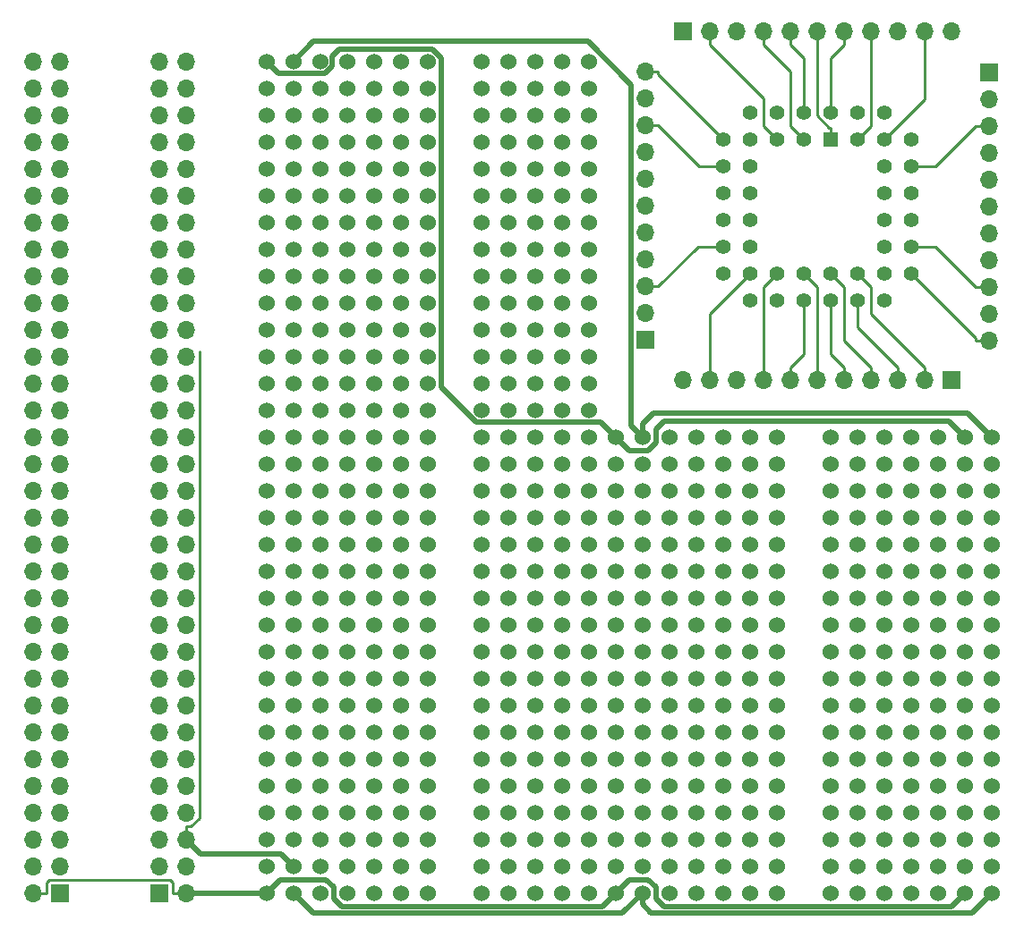
<source format=gbl>
G04 #@! TF.GenerationSoftware,KiCad,Pcbnew,(6.0.2)*
G04 #@! TF.CreationDate,2022-10-17T08:50:39-07:00*
G04 #@! TF.ProjectId,Protoboard PLCC,50726f74-6f62-46f6-9172-6420504c4343,1.0*
G04 #@! TF.SameCoordinates,Original*
G04 #@! TF.FileFunction,Copper,L2,Bot*
G04 #@! TF.FilePolarity,Positive*
%FSLAX46Y46*%
G04 Gerber Fmt 4.6, Leading zero omitted, Abs format (unit mm)*
G04 Created by KiCad (PCBNEW (6.0.2)) date 2022-10-17 08:50:39*
%MOMM*%
%LPD*%
G01*
G04 APERTURE LIST*
G04 #@! TA.AperFunction,ComponentPad*
%ADD10C,1.524000*%
G04 #@! TD*
G04 #@! TA.AperFunction,ComponentPad*
%ADD11R,1.700000X1.700000*%
G04 #@! TD*
G04 #@! TA.AperFunction,ComponentPad*
%ADD12O,1.700000X1.700000*%
G04 #@! TD*
G04 #@! TA.AperFunction,ComponentPad*
%ADD13R,1.422400X1.422400*%
G04 #@! TD*
G04 #@! TA.AperFunction,ComponentPad*
%ADD14C,1.422400*%
G04 #@! TD*
G04 #@! TA.AperFunction,Conductor*
%ADD15C,0.500000*%
G04 #@! TD*
G04 #@! TA.AperFunction,Conductor*
%ADD16C,0.254000*%
G04 #@! TD*
G04 APERTURE END LIST*
D10*
X176022000Y-107948000D03*
X178562000Y-107948000D03*
X181102000Y-107948000D03*
X183642000Y-107948000D03*
X186182000Y-107948000D03*
X176022000Y-110488000D03*
X178562000Y-110488000D03*
X181102000Y-110488000D03*
X183642000Y-110488000D03*
X186182000Y-110488000D03*
X176022000Y-92710000D03*
X178562000Y-92710000D03*
X181102000Y-92710000D03*
X183642000Y-92710000D03*
X186182000Y-92710000D03*
X176022000Y-95250000D03*
X178562000Y-95250000D03*
X181102000Y-95250000D03*
X183642000Y-95250000D03*
X186182000Y-95250000D03*
X176022000Y-97788000D03*
X178562000Y-97788000D03*
X181102000Y-97788000D03*
X183642000Y-97788000D03*
X186182000Y-97788000D03*
X176022000Y-100328000D03*
X178562000Y-100328000D03*
X181102000Y-100328000D03*
X183642000Y-100328000D03*
X186182000Y-100328000D03*
X176022000Y-118108000D03*
X178562000Y-118108000D03*
X181102000Y-118108000D03*
X183642000Y-118108000D03*
X186182000Y-118108000D03*
X176022000Y-120648000D03*
X178562000Y-120648000D03*
X181102000Y-120648000D03*
X183642000Y-120648000D03*
X186182000Y-120648000D03*
X176022000Y-123188000D03*
X178562000Y-123188000D03*
X181102000Y-123188000D03*
X183642000Y-123188000D03*
X186182000Y-123188000D03*
X176022000Y-125728000D03*
X178562000Y-125728000D03*
X181102000Y-125728000D03*
X183642000Y-125728000D03*
X186182000Y-125728000D03*
X176022000Y-102868000D03*
X178562000Y-102868000D03*
X181102000Y-102868000D03*
X183642000Y-102868000D03*
X186182000Y-102868000D03*
X176022000Y-105408000D03*
X178562000Y-105408000D03*
X181102000Y-105408000D03*
X183642000Y-105408000D03*
X186182000Y-105408000D03*
X176022000Y-128270000D03*
X178562000Y-128270000D03*
X181102000Y-128270000D03*
X183642000Y-128270000D03*
X186182000Y-128270000D03*
X176022000Y-130810000D03*
X178562000Y-130810000D03*
X181102000Y-130810000D03*
X183642000Y-130810000D03*
X186182000Y-130810000D03*
X176022000Y-133350000D03*
X178562000Y-133350000D03*
X181102000Y-133350000D03*
X183642000Y-133350000D03*
X186182000Y-133350000D03*
X176022000Y-135890000D03*
X178562000Y-135890000D03*
X181102000Y-135890000D03*
X183642000Y-135890000D03*
X186182000Y-135890000D03*
X176022000Y-113030000D03*
X178562000Y-113030000D03*
X181102000Y-113030000D03*
X183642000Y-113030000D03*
X186182000Y-113030000D03*
X176022000Y-115570000D03*
X178562000Y-115570000D03*
X181102000Y-115570000D03*
X183642000Y-115570000D03*
X186182000Y-115570000D03*
X158242000Y-135890000D03*
X155702000Y-135890000D03*
X170942000Y-110488000D03*
X168402000Y-110488000D03*
X165862000Y-110488000D03*
X163322000Y-110488000D03*
X160782000Y-110488000D03*
X170942000Y-107948000D03*
X168402000Y-107948000D03*
X165862000Y-107948000D03*
X163322000Y-107948000D03*
X160782000Y-107948000D03*
X170942000Y-100328000D03*
X168402000Y-100328000D03*
X165862000Y-100328000D03*
X163322000Y-100328000D03*
X160782000Y-100328000D03*
X170942000Y-97788000D03*
X168402000Y-97788000D03*
X165862000Y-97788000D03*
X163322000Y-97788000D03*
X160782000Y-97788000D03*
X170942000Y-120648000D03*
X168402000Y-120648000D03*
X165862000Y-120648000D03*
X163322000Y-120648000D03*
X160782000Y-120648000D03*
X170942000Y-118108000D03*
X168402000Y-118108000D03*
X165862000Y-118108000D03*
X163322000Y-118108000D03*
X160782000Y-118108000D03*
X170942000Y-125728000D03*
X168402000Y-125728000D03*
X165862000Y-125728000D03*
X163322000Y-125728000D03*
X160782000Y-125728000D03*
X170942000Y-123188000D03*
X168402000Y-123188000D03*
X165862000Y-123188000D03*
X163322000Y-123188000D03*
X160782000Y-123188000D03*
X170942000Y-95250000D03*
X168402000Y-95250000D03*
X165862000Y-95250000D03*
X163322000Y-95250000D03*
X160782000Y-95250000D03*
X170942000Y-92710000D03*
X168402000Y-92710000D03*
X165862000Y-92710000D03*
X163322000Y-92710000D03*
X160782000Y-92710000D03*
X170942000Y-105408000D03*
X168402000Y-105408000D03*
X165862000Y-105408000D03*
X163322000Y-105408000D03*
X160782000Y-105408000D03*
X170942000Y-102868000D03*
X168402000Y-102868000D03*
X165862000Y-102868000D03*
X163322000Y-102868000D03*
X160782000Y-102868000D03*
X170942000Y-130810000D03*
X168402000Y-130810000D03*
X165862000Y-130810000D03*
X163322000Y-130810000D03*
X160782000Y-130810000D03*
X170942000Y-128270000D03*
X168402000Y-128270000D03*
X165862000Y-128270000D03*
X163322000Y-128270000D03*
X160782000Y-128270000D03*
X170942000Y-135890000D03*
X168402000Y-135890000D03*
X165862000Y-135890000D03*
X163322000Y-135890000D03*
X160782000Y-135890000D03*
X170942000Y-133350000D03*
X168402000Y-133350000D03*
X165862000Y-133350000D03*
X163322000Y-133350000D03*
X160782000Y-133350000D03*
X170942000Y-115570000D03*
X168402000Y-115570000D03*
X165862000Y-115570000D03*
X163322000Y-115570000D03*
X160782000Y-115570000D03*
X170942000Y-113030000D03*
X168402000Y-113030000D03*
X165862000Y-113030000D03*
X163322000Y-113030000D03*
X160782000Y-113030000D03*
X127762000Y-133350000D03*
X130302000Y-133350000D03*
X132842000Y-133350000D03*
X135382000Y-133350000D03*
X137922000Y-133350000D03*
X127762000Y-135890000D03*
X130302000Y-135890000D03*
X132842000Y-135890000D03*
X135382000Y-135890000D03*
X137922000Y-135890000D03*
X127762000Y-77472000D03*
X130302000Y-77472000D03*
X132842000Y-77472000D03*
X135382000Y-77472000D03*
X137922000Y-77472000D03*
X127762000Y-80012000D03*
X130302000Y-80012000D03*
X132842000Y-80012000D03*
X135382000Y-80012000D03*
X137922000Y-80012000D03*
X127762000Y-67310000D03*
X130302000Y-67310000D03*
X132842000Y-67310000D03*
X135382000Y-67310000D03*
X137922000Y-67310000D03*
X127762000Y-69850000D03*
X130302000Y-69850000D03*
X132842000Y-69850000D03*
X135382000Y-69850000D03*
X137922000Y-69850000D03*
X127762000Y-72390000D03*
X130302000Y-72390000D03*
X132842000Y-72390000D03*
X135382000Y-72390000D03*
X137922000Y-72390000D03*
X127762000Y-74930000D03*
X130302000Y-74930000D03*
X132842000Y-74930000D03*
X135382000Y-74930000D03*
X137922000Y-74930000D03*
X137922000Y-64770000D03*
X135382000Y-64770000D03*
X132842000Y-64770000D03*
X130302000Y-64770000D03*
X127762000Y-64770000D03*
X137922000Y-62230000D03*
X135382000Y-62230000D03*
X132842000Y-62230000D03*
X130302000Y-62230000D03*
X127762000Y-62230000D03*
X127762000Y-82550000D03*
X130302000Y-82550000D03*
X132842000Y-82550000D03*
X135382000Y-82550000D03*
X137922000Y-82550000D03*
X127762000Y-85090000D03*
X130302000Y-85090000D03*
X132842000Y-85090000D03*
X135382000Y-85090000D03*
X137922000Y-85090000D03*
X127762000Y-107948000D03*
X130302000Y-107948000D03*
X132842000Y-107948000D03*
X135382000Y-107948000D03*
X137922000Y-107948000D03*
X127762000Y-110488000D03*
X130302000Y-110488000D03*
X132842000Y-110488000D03*
X135382000Y-110488000D03*
X137922000Y-110488000D03*
X127762000Y-97788000D03*
X130302000Y-97788000D03*
X132842000Y-97788000D03*
X135382000Y-97788000D03*
X137922000Y-97788000D03*
X127762000Y-100328000D03*
X130302000Y-100328000D03*
X132842000Y-100328000D03*
X135382000Y-100328000D03*
X137922000Y-100328000D03*
X127762000Y-118108000D03*
X130302000Y-118108000D03*
X132842000Y-118108000D03*
X135382000Y-118108000D03*
X137922000Y-118108000D03*
X127762000Y-120648000D03*
X130302000Y-120648000D03*
X132842000Y-120648000D03*
X135382000Y-120648000D03*
X137922000Y-120648000D03*
X127762000Y-123188000D03*
X130302000Y-123188000D03*
X132842000Y-123188000D03*
X135382000Y-123188000D03*
X137922000Y-123188000D03*
X127762000Y-125728000D03*
X130302000Y-125728000D03*
X132842000Y-125728000D03*
X135382000Y-125728000D03*
X137922000Y-125728000D03*
X127762000Y-92710000D03*
X130302000Y-92710000D03*
X132842000Y-92710000D03*
X135382000Y-92710000D03*
X137922000Y-92710000D03*
X127762000Y-95250000D03*
X130302000Y-95250000D03*
X132842000Y-95250000D03*
X135382000Y-95250000D03*
X137922000Y-95250000D03*
X127762000Y-87630000D03*
X130302000Y-87630000D03*
X132842000Y-87630000D03*
X135382000Y-87630000D03*
X137922000Y-87630000D03*
X127762000Y-90170000D03*
X130302000Y-90170000D03*
X132842000Y-90170000D03*
X135382000Y-90170000D03*
X137922000Y-90170000D03*
X127762000Y-102868000D03*
X130302000Y-102868000D03*
X132842000Y-102868000D03*
X135382000Y-102868000D03*
X137922000Y-102868000D03*
X127762000Y-105408000D03*
X130302000Y-105408000D03*
X132842000Y-105408000D03*
X135382000Y-105408000D03*
X137922000Y-105408000D03*
X127762000Y-128270000D03*
X130302000Y-128270000D03*
X132842000Y-128270000D03*
X135382000Y-128270000D03*
X137922000Y-128270000D03*
X127762000Y-130810000D03*
X130302000Y-130810000D03*
X132842000Y-130810000D03*
X135382000Y-130810000D03*
X137922000Y-130810000D03*
X127762000Y-113030000D03*
X130302000Y-113030000D03*
X132842000Y-113030000D03*
X135382000Y-113030000D03*
X137922000Y-113030000D03*
X127762000Y-115570000D03*
X130302000Y-115570000D03*
X132842000Y-115570000D03*
X135382000Y-115570000D03*
X137922000Y-115570000D03*
X127762000Y-57152000D03*
X130302000Y-57152000D03*
X132842000Y-57152000D03*
X135382000Y-57152000D03*
X137922000Y-57152000D03*
X127762000Y-59692000D03*
X130302000Y-59692000D03*
X132842000Y-59692000D03*
X135382000Y-59692000D03*
X137922000Y-59692000D03*
X143002000Y-128270000D03*
X145542000Y-128270000D03*
X148082000Y-128270000D03*
X150622000Y-128270000D03*
X153162000Y-128270000D03*
X143002000Y-130810000D03*
X145542000Y-130810000D03*
X148082000Y-130810000D03*
X150622000Y-130810000D03*
X153162000Y-130810000D03*
X143002000Y-133350000D03*
X145542000Y-133350000D03*
X148082000Y-133350000D03*
X150622000Y-133350000D03*
X153162000Y-133350000D03*
X143002000Y-135890000D03*
X145542000Y-135890000D03*
X148082000Y-135890000D03*
X150622000Y-135890000D03*
X153162000Y-135890000D03*
X143002000Y-113030000D03*
X145542000Y-113030000D03*
X148082000Y-113030000D03*
X150622000Y-113030000D03*
X153162000Y-113030000D03*
X143002000Y-115570000D03*
X145542000Y-115570000D03*
X148082000Y-115570000D03*
X150622000Y-115570000D03*
X153162000Y-115570000D03*
X143002000Y-102868000D03*
X145542000Y-102868000D03*
X148082000Y-102868000D03*
X150622000Y-102868000D03*
X153162000Y-102868000D03*
X143002000Y-105408000D03*
X145542000Y-105408000D03*
X148082000Y-105408000D03*
X150622000Y-105408000D03*
X153162000Y-105408000D03*
X143002000Y-107948000D03*
X145542000Y-107948000D03*
X148082000Y-107948000D03*
X150622000Y-107948000D03*
X153162000Y-107948000D03*
X143002000Y-110488000D03*
X145542000Y-110488000D03*
X148082000Y-110488000D03*
X150622000Y-110488000D03*
X153162000Y-110488000D03*
X143002000Y-97788000D03*
X145542000Y-97788000D03*
X148082000Y-97788000D03*
X150622000Y-97788000D03*
X153162000Y-97788000D03*
X143002000Y-100328000D03*
X145542000Y-100328000D03*
X148082000Y-100328000D03*
X150622000Y-100328000D03*
X153162000Y-100328000D03*
X143002000Y-118108000D03*
X145542000Y-118108000D03*
X148082000Y-118108000D03*
X150622000Y-118108000D03*
X153162000Y-118108000D03*
X143002000Y-120648000D03*
X145542000Y-120648000D03*
X148082000Y-120648000D03*
X150622000Y-120648000D03*
X153162000Y-120648000D03*
X143002000Y-123188000D03*
X145542000Y-123188000D03*
X148082000Y-123188000D03*
X150622000Y-123188000D03*
X153162000Y-123188000D03*
X143002000Y-125728000D03*
X145542000Y-125728000D03*
X148082000Y-125728000D03*
X150622000Y-125728000D03*
X153162000Y-125728000D03*
X143002000Y-92710000D03*
X145542000Y-92710000D03*
X148082000Y-92710000D03*
X150622000Y-92710000D03*
X153162000Y-92710000D03*
X143002000Y-95250000D03*
X145542000Y-95250000D03*
X148082000Y-95250000D03*
X150622000Y-95250000D03*
X153162000Y-95250000D03*
X143002000Y-87630000D03*
X145542000Y-87630000D03*
X148082000Y-87630000D03*
X150622000Y-87630000D03*
X153162000Y-87630000D03*
X143002000Y-90170000D03*
X145542000Y-90170000D03*
X148082000Y-90170000D03*
X150622000Y-90170000D03*
X153162000Y-90170000D03*
X143002000Y-82550000D03*
X145542000Y-82550000D03*
X148082000Y-82550000D03*
X150622000Y-82550000D03*
X153162000Y-82550000D03*
X143002000Y-85090000D03*
X145542000Y-85090000D03*
X148082000Y-85090000D03*
X150622000Y-85090000D03*
X153162000Y-85090000D03*
X143002000Y-77472000D03*
X145542000Y-77472000D03*
X148082000Y-77472000D03*
X150622000Y-77472000D03*
X153162000Y-77472000D03*
X143002000Y-80012000D03*
X145542000Y-80012000D03*
X148082000Y-80012000D03*
X150622000Y-80012000D03*
X153162000Y-80012000D03*
X143002000Y-72390000D03*
X145542000Y-72390000D03*
X148082000Y-72390000D03*
X150622000Y-72390000D03*
X153162000Y-72390000D03*
X143002000Y-74930000D03*
X145542000Y-74930000D03*
X148082000Y-74930000D03*
X150622000Y-74930000D03*
X153162000Y-74930000D03*
X143002000Y-67310000D03*
X145542000Y-67310000D03*
X148082000Y-67310000D03*
X150622000Y-67310000D03*
X153162000Y-67310000D03*
X143002000Y-69850000D03*
X145542000Y-69850000D03*
X148082000Y-69850000D03*
X150622000Y-69850000D03*
X153162000Y-69850000D03*
X143002000Y-62230000D03*
X145542000Y-62230000D03*
X148082000Y-62230000D03*
X150622000Y-62230000D03*
X153162000Y-62230000D03*
X143002000Y-64770000D03*
X145542000Y-64770000D03*
X148082000Y-64770000D03*
X150622000Y-64770000D03*
X153162000Y-64770000D03*
X125222000Y-95250000D03*
X125222000Y-97790000D03*
X125222000Y-100330000D03*
X125222000Y-102870000D03*
X125222000Y-105410000D03*
X122682000Y-95250000D03*
X122682000Y-97790000D03*
X122682000Y-100330000D03*
X122682000Y-102870000D03*
X122682000Y-105410000D03*
X125222000Y-82550000D03*
X125222000Y-85090000D03*
X125222000Y-87630000D03*
X125222000Y-90170000D03*
X125222000Y-92710000D03*
X122682000Y-82550000D03*
X122682000Y-85090000D03*
X122682000Y-87630000D03*
X122682000Y-90170000D03*
X122682000Y-92710000D03*
X125222000Y-69850000D03*
X125222000Y-72390000D03*
X125222000Y-74930000D03*
X125222000Y-77470000D03*
X125222000Y-80010000D03*
X125222000Y-57150000D03*
X125222000Y-59690000D03*
X125222000Y-62230000D03*
X125222000Y-64770000D03*
X125222000Y-67310000D03*
X122682000Y-69850000D03*
X122682000Y-72390000D03*
X122682000Y-74930000D03*
X122682000Y-77470000D03*
X122682000Y-80010000D03*
X122682000Y-57150000D03*
X122682000Y-59690000D03*
X122682000Y-62230000D03*
X122682000Y-64770000D03*
X122682000Y-67310000D03*
X191260000Y-135890000D03*
X188720000Y-135890000D03*
X191260000Y-133352000D03*
X188720000Y-133352000D03*
X191260000Y-130812000D03*
X188720000Y-130812000D03*
X158242000Y-118110000D03*
X158242000Y-120650000D03*
X158242000Y-123190000D03*
X158242000Y-125730000D03*
X158242000Y-128270000D03*
X155702000Y-118110000D03*
X155702000Y-120650000D03*
X155702000Y-123190000D03*
X155702000Y-125730000D03*
X155702000Y-128270000D03*
D11*
X112522000Y-135890000D03*
D12*
X115062000Y-135890000D03*
X112522000Y-133350000D03*
X115062000Y-133350000D03*
X112522000Y-130810000D03*
X115062000Y-130810000D03*
X112522000Y-128270000D03*
X115062000Y-128270000D03*
X112522000Y-125730000D03*
X115062000Y-125730000D03*
X112522000Y-123190000D03*
X115062000Y-123190000D03*
X112522000Y-120650000D03*
X115062000Y-120650000D03*
X112522000Y-118110000D03*
X115062000Y-118110000D03*
X112522000Y-115570000D03*
X115062000Y-115570000D03*
X112522000Y-113030000D03*
X115062000Y-113030000D03*
X112522000Y-110490000D03*
X115062000Y-110490000D03*
X112522000Y-107950000D03*
X115062000Y-107950000D03*
X112522000Y-105410000D03*
X115062000Y-105410000D03*
X112522000Y-102870000D03*
X115062000Y-102870000D03*
X112522000Y-100330000D03*
X115062000Y-100330000D03*
X112522000Y-97790000D03*
X115062000Y-97790000D03*
X112522000Y-95250000D03*
X115062000Y-95250000D03*
X112522000Y-92710000D03*
X115062000Y-92710000D03*
X112522000Y-90170000D03*
X115062000Y-90170000D03*
X112522000Y-87630000D03*
X115062000Y-87630000D03*
X112522000Y-85090000D03*
X115062000Y-85090000D03*
X112522000Y-82550000D03*
X115062000Y-82550000D03*
X112522000Y-80010000D03*
X115062000Y-80010000D03*
X112522000Y-77470000D03*
X115062000Y-77470000D03*
X112522000Y-74930000D03*
X115062000Y-74930000D03*
X112522000Y-72390000D03*
X115062000Y-72390000D03*
X112522000Y-69850000D03*
X115062000Y-69850000D03*
X112522000Y-67310000D03*
X115062000Y-67310000D03*
X112522000Y-64770000D03*
X115062000Y-64770000D03*
X112522000Y-62230000D03*
X115062000Y-62230000D03*
X112522000Y-59690000D03*
X115062000Y-59690000D03*
X112522000Y-57150000D03*
X115062000Y-57150000D03*
D11*
X162052000Y-54320000D03*
D12*
X164592000Y-54320000D03*
X167132000Y-54320000D03*
X169672000Y-54320000D03*
X172212000Y-54320000D03*
X174752000Y-54320000D03*
X177292000Y-54320000D03*
X179832000Y-54320000D03*
X182372000Y-54320000D03*
X184912000Y-54320000D03*
X187452000Y-54320000D03*
D11*
X158496000Y-83530000D03*
D12*
X158496000Y-80990000D03*
X158496000Y-78450000D03*
X158496000Y-75910000D03*
X158496000Y-73370000D03*
X158496000Y-70830000D03*
X158496000Y-68290000D03*
X158496000Y-65750000D03*
X158496000Y-63210000D03*
X158496000Y-60670000D03*
X158496000Y-58130000D03*
D11*
X191008000Y-58166000D03*
D12*
X191008000Y-60706000D03*
X191008000Y-63246000D03*
X191008000Y-65786000D03*
X191008000Y-68326000D03*
X191008000Y-70866000D03*
X191008000Y-73406000D03*
X191008000Y-75946000D03*
X191008000Y-78486000D03*
X191008000Y-81026000D03*
X191008000Y-83566000D03*
D10*
X143002000Y-57152000D03*
X145542000Y-57152000D03*
X148082000Y-57152000D03*
X150622000Y-57152000D03*
X153162000Y-57152000D03*
X143002000Y-59692000D03*
X145542000Y-59692000D03*
X148082000Y-59692000D03*
X150622000Y-59692000D03*
X153162000Y-59692000D03*
X158242000Y-105410000D03*
X158242000Y-107950000D03*
X158242000Y-110490000D03*
X158242000Y-113030000D03*
X158242000Y-115570000D03*
X155702000Y-105410000D03*
X155702000Y-107950000D03*
X155702000Y-110490000D03*
X155702000Y-113030000D03*
X155702000Y-115570000D03*
X188722000Y-102870000D03*
X188722000Y-100330000D03*
X188722000Y-97790000D03*
X188722000Y-95250000D03*
X188722000Y-92710000D03*
X191262000Y-102870000D03*
X191262000Y-100330000D03*
X191262000Y-97790000D03*
X191262000Y-95250000D03*
X191262000Y-92710000D03*
X155704000Y-102870000D03*
X155704000Y-100330000D03*
X155704000Y-97790000D03*
X155704000Y-95250000D03*
X155704000Y-92710000D03*
X158244000Y-102870000D03*
X158244000Y-100330000D03*
X158244000Y-97790000D03*
X158244000Y-95250000D03*
X158244000Y-92710000D03*
X122682000Y-118110000D03*
X122682000Y-115570000D03*
X122682000Y-113030000D03*
X122682000Y-110490000D03*
X122682000Y-107950000D03*
X125222000Y-118110000D03*
X125222000Y-115570000D03*
X125222000Y-113030000D03*
X125222000Y-110490000D03*
X125222000Y-107950000D03*
D11*
X103160000Y-135895000D03*
D12*
X100620000Y-135895000D03*
X103160000Y-133355000D03*
X100620000Y-133355000D03*
X103160000Y-130815000D03*
X100620000Y-130815000D03*
X103160000Y-128275000D03*
X100620000Y-128275000D03*
X103160000Y-125735000D03*
X100620000Y-125735000D03*
X103160000Y-123195000D03*
X100620000Y-123195000D03*
X103160000Y-120655000D03*
X100620000Y-120655000D03*
X103160000Y-118115000D03*
X100620000Y-118115000D03*
X103160000Y-115575000D03*
X100620000Y-115575000D03*
X103160000Y-113035000D03*
X100620000Y-113035000D03*
X103160000Y-110495000D03*
X100620000Y-110495000D03*
X103160000Y-107955000D03*
X100620000Y-107955000D03*
X103160000Y-105415000D03*
X100620000Y-105415000D03*
X103160000Y-102875000D03*
X100620000Y-102875000D03*
X103160000Y-100335000D03*
X100620000Y-100335000D03*
X103160000Y-97795000D03*
X100620000Y-97795000D03*
X103160000Y-95255000D03*
X100620000Y-95255000D03*
X103160000Y-92715000D03*
X100620000Y-92715000D03*
X103160000Y-90175000D03*
X100620000Y-90175000D03*
X103160000Y-87635000D03*
X100620000Y-87635000D03*
X103160000Y-85095000D03*
X100620000Y-85095000D03*
X103160000Y-82555000D03*
X100620000Y-82555000D03*
X103160000Y-80015000D03*
X100620000Y-80015000D03*
X103160000Y-77475000D03*
X100620000Y-77475000D03*
X103160000Y-74935000D03*
X100620000Y-74935000D03*
X103160000Y-72395000D03*
X100620000Y-72395000D03*
X103160000Y-69855000D03*
X100620000Y-69855000D03*
X103160000Y-67315000D03*
X100620000Y-67315000D03*
X103160000Y-64775000D03*
X100620000Y-64775000D03*
X103160000Y-62235000D03*
X100620000Y-62235000D03*
X103160000Y-59695000D03*
X100620000Y-59695000D03*
X103160000Y-57155000D03*
X100620000Y-57155000D03*
D10*
X155702000Y-130810000D03*
X158242000Y-130810000D03*
X155702000Y-133350000D03*
X158242000Y-133350000D03*
X122682000Y-135890000D03*
X125222000Y-135890000D03*
X122682000Y-133350000D03*
X125222000Y-133350000D03*
X188720000Y-115570000D03*
X188720000Y-113030000D03*
X188720000Y-110490000D03*
X188720000Y-107950000D03*
X188720000Y-105410000D03*
X191260000Y-115570000D03*
X191260000Y-113030000D03*
X191260000Y-110490000D03*
X191260000Y-107950000D03*
X191260000Y-105410000D03*
X188720000Y-128270000D03*
X188720000Y-125730000D03*
X188720000Y-123190000D03*
X188720000Y-120650000D03*
X188720000Y-118110000D03*
X191260000Y-128270000D03*
X191260000Y-125730000D03*
X191260000Y-123190000D03*
X191260000Y-120650000D03*
X191260000Y-118110000D03*
D11*
X187452000Y-87340000D03*
D12*
X184912000Y-87340000D03*
X182372000Y-87340000D03*
X179832000Y-87340000D03*
X177292000Y-87340000D03*
X174752000Y-87340000D03*
X172212000Y-87340000D03*
X169672000Y-87340000D03*
X167132000Y-87340000D03*
X164592000Y-87340000D03*
X162052000Y-87340000D03*
D10*
X122682000Y-130810000D03*
X122682000Y-128270000D03*
X122682000Y-125730000D03*
X122682000Y-123190000D03*
X122682000Y-120650000D03*
X125222000Y-130810000D03*
X125222000Y-128270000D03*
X125222000Y-125730000D03*
X125222000Y-123190000D03*
X125222000Y-120650000D03*
D13*
X176022000Y-64516000D03*
D14*
X173482000Y-61976000D03*
X173482000Y-64516000D03*
X170942000Y-61976000D03*
X170942000Y-64516000D03*
X168402000Y-61976000D03*
X165862000Y-64516000D03*
X168402000Y-64516000D03*
X165862000Y-67056000D03*
X168402000Y-67056000D03*
X165862000Y-69596000D03*
X168402000Y-69596000D03*
X165862000Y-72136000D03*
X168402000Y-72136000D03*
X165862000Y-74676000D03*
X168402000Y-74676000D03*
X165862000Y-77216000D03*
X168402000Y-79756000D03*
X168402000Y-77216000D03*
X170942000Y-79756000D03*
X170942000Y-77216000D03*
X173482000Y-79756000D03*
X173482000Y-77216000D03*
X176022000Y-79756000D03*
X176022000Y-77216000D03*
X178562000Y-79756000D03*
X178562000Y-77216000D03*
X181102000Y-79756000D03*
X183642000Y-77216000D03*
X181102000Y-77216000D03*
X183642000Y-74676000D03*
X181102000Y-74676000D03*
X183642000Y-72136000D03*
X181102000Y-72136000D03*
X183642000Y-69596000D03*
X181102000Y-69596000D03*
X183642000Y-67056000D03*
X181102000Y-67056000D03*
X183642000Y-64516000D03*
X181102000Y-61976000D03*
X181102000Y-64516000D03*
X178562000Y-61976000D03*
X178562000Y-64516000D03*
X176022000Y-61976000D03*
D15*
X124079489Y-132207489D02*
X116459489Y-132207489D01*
X125222000Y-133350000D02*
X124079489Y-132207489D01*
X116459489Y-132207489D02*
X115062000Y-130810000D01*
X122682000Y-135890000D02*
X115062000Y-135890000D01*
X156345970Y-137786030D02*
X127118030Y-137786030D01*
X127118030Y-137786030D02*
X125222000Y-135890000D01*
X158242000Y-135890000D02*
X156345970Y-137786030D01*
X123952000Y-134620000D02*
X122682000Y-135890000D01*
X129027511Y-135365807D02*
X128281704Y-134620000D01*
X129027511Y-136414193D02*
X129027511Y-135365807D01*
X129768829Y-137155511D02*
X129027511Y-136414193D01*
X154436489Y-137155511D02*
X129768829Y-137155511D01*
X155702000Y-135890000D02*
X154436489Y-137155511D01*
X128281704Y-134620000D02*
X123952000Y-134620000D01*
X158242000Y-136967630D02*
X158242000Y-135890000D01*
X189390969Y-137759031D02*
X159033401Y-137759031D01*
X191260000Y-135890000D02*
X189390969Y-137759031D01*
X159033401Y-137759031D02*
X158242000Y-136967630D01*
X156972000Y-134620000D02*
X155702000Y-135890000D01*
X159507511Y-135356829D02*
X158770682Y-134620000D01*
X160257807Y-137155511D02*
X159507511Y-136405215D01*
X187454489Y-137155511D02*
X160257807Y-137155511D01*
X158770682Y-134620000D02*
X156972000Y-134620000D01*
X188720000Y-135890000D02*
X187454489Y-137155511D01*
X159507511Y-136405215D02*
X159507511Y-135356829D01*
X157142489Y-91608489D02*
X157142489Y-59342785D01*
X157142489Y-59342785D02*
X153055673Y-55255969D01*
X158244000Y-92710000D02*
X157142489Y-91608489D01*
X153055673Y-55255969D02*
X127116031Y-55255969D01*
X127116031Y-55255969D02*
X125222000Y-57150000D01*
X123826511Y-58294511D02*
X122682000Y-57150000D01*
X128235245Y-58294511D02*
X123826511Y-58294511D01*
X128904511Y-57625245D02*
X128235245Y-58294511D01*
X138395245Y-56009489D02*
X129573777Y-56009489D01*
X129573777Y-56009489D02*
X128904511Y-56678755D01*
X139192000Y-56806244D02*
X138395245Y-56009489D01*
X139192000Y-87975756D02*
X139192000Y-56806244D01*
X142528755Y-91312511D02*
X139192000Y-87975756D01*
X128904511Y-56678755D02*
X128904511Y-57625245D01*
X154306511Y-91312511D02*
X142528755Y-91312511D01*
X155704000Y-92710000D02*
X154306511Y-91312511D01*
X159509511Y-93234193D02*
X158768193Y-93975511D01*
X159509511Y-91941148D02*
X159509511Y-93234193D01*
X158768193Y-93975511D02*
X156969511Y-93975511D01*
X187189520Y-91177520D02*
X160273139Y-91177520D01*
X156969511Y-93975511D02*
X155704000Y-92710000D01*
X188722000Y-92710000D02*
X187189520Y-91177520D01*
X160273139Y-91177520D02*
X159509511Y-91941148D01*
X159258000Y-90424000D02*
X158244000Y-91438000D01*
X158244000Y-91438000D02*
X158244000Y-92710000D01*
X188976000Y-90424000D02*
X159258000Y-90424000D01*
X191262000Y-92710000D02*
X188976000Y-90424000D01*
X115318000Y-136146000D02*
X115062000Y-135890000D01*
D16*
X116332000Y-128770400D02*
X116332000Y-84582000D01*
X115062000Y-130810000D02*
X115062000Y-129578700D01*
X115523700Y-129578700D02*
X116332000Y-128770400D01*
X115062000Y-129578700D02*
X115523700Y-129578700D01*
X102087000Y-134659000D02*
X113560000Y-134659000D01*
X113831000Y-134929000D02*
X113831000Y-135890000D01*
X113831000Y-135890000D02*
X115062000Y-135890000D01*
X101851000Y-135895000D02*
X101851000Y-134895000D01*
X113560000Y-134659000D02*
X113831000Y-134929000D01*
X101851000Y-134895000D02*
X102087000Y-134659000D01*
X100620000Y-135895000D02*
X101851000Y-135895000D01*
X165862000Y-74676000D02*
X163501300Y-74676000D01*
X163501300Y-74676000D02*
X159727300Y-78450000D01*
X158496000Y-78450000D02*
X159727300Y-78450000D01*
X165862000Y-67056000D02*
X163573300Y-67056000D01*
X158496000Y-63210000D02*
X159727300Y-63210000D01*
X163573300Y-67056000D02*
X159727300Y-63210000D01*
X165862000Y-64516000D02*
X159727300Y-58381300D01*
X158496000Y-58130000D02*
X159727300Y-58130000D01*
X159727300Y-58381300D02*
X159727300Y-58130000D01*
X170942000Y-64516000D02*
X169672000Y-63246000D01*
X169672000Y-63246000D02*
X169672000Y-60631300D01*
X164592000Y-54320000D02*
X164592000Y-55551300D01*
X169672000Y-60631300D02*
X164592000Y-55551300D01*
X173482000Y-64516000D02*
X172212000Y-63246000D01*
X172212000Y-63246000D02*
X172212000Y-58091300D01*
X172212000Y-58091300D02*
X169672000Y-55551300D01*
X169672000Y-54320000D02*
X169672000Y-55551300D01*
X173482000Y-61976000D02*
X173482000Y-56821300D01*
X172212000Y-54320000D02*
X172212000Y-55551300D01*
X173482000Y-56821300D02*
X172212000Y-55551300D01*
X175885400Y-63423500D02*
X174752000Y-62290100D01*
X176022000Y-64516000D02*
X176022000Y-63423500D01*
X174752000Y-62290100D02*
X174752000Y-54320000D01*
X176022000Y-63423500D02*
X175885400Y-63423500D01*
X177292000Y-54320000D02*
X177292000Y-55551300D01*
X176022000Y-61976000D02*
X176022000Y-56821300D01*
X176022000Y-56821300D02*
X177292000Y-55551300D01*
X179832000Y-63246000D02*
X179832000Y-54320000D01*
X178562000Y-64516000D02*
X179832000Y-63246000D01*
X184912000Y-60706000D02*
X184912000Y-54320000D01*
X181102000Y-64516000D02*
X184912000Y-60706000D01*
X184912000Y-87340000D02*
X184912000Y-86108700D01*
X179832000Y-81028700D02*
X184912000Y-86108700D01*
X179832000Y-78486000D02*
X179832000Y-81028700D01*
X178562000Y-77216000D02*
X179832000Y-78486000D01*
X178562000Y-79756000D02*
X178562000Y-82298700D01*
X178562000Y-82298700D02*
X182372000Y-86108700D01*
X182372000Y-87340000D02*
X182372000Y-86108700D01*
X179832000Y-87340000D02*
X179832000Y-86108700D01*
X176022000Y-77216000D02*
X177292000Y-78486000D01*
X177292000Y-78486000D02*
X177292000Y-83568700D01*
X177292000Y-83568700D02*
X179832000Y-86108700D01*
X176022000Y-79756000D02*
X176022000Y-84838700D01*
X177292000Y-87340000D02*
X177292000Y-86108700D01*
X176022000Y-84838700D02*
X177292000Y-86108700D01*
X173482000Y-77216000D02*
X174752000Y-78486000D01*
X174752000Y-78486000D02*
X174752000Y-87340000D01*
X173482000Y-84838700D02*
X172212000Y-86108700D01*
X173482000Y-79756000D02*
X173482000Y-84838700D01*
X172212000Y-87340000D02*
X172212000Y-86108700D01*
X170942000Y-77216000D02*
X169672000Y-78486000D01*
X169672000Y-78486000D02*
X169672000Y-87340000D01*
X164592000Y-81026000D02*
X164592000Y-87340000D01*
X168402000Y-77216000D02*
X164592000Y-81026000D01*
X185966700Y-67056000D02*
X189776700Y-63246000D01*
X183642000Y-67056000D02*
X185966700Y-67056000D01*
X191008000Y-63246000D02*
X189776700Y-63246000D01*
X185966700Y-74676000D02*
X189776700Y-78486000D01*
X183642000Y-74676000D02*
X185966700Y-74676000D01*
X191008000Y-78486000D02*
X189776700Y-78486000D01*
X183642000Y-77216000D02*
X189776700Y-83350700D01*
X191008000Y-83566000D02*
X189776700Y-83566000D01*
X189776700Y-83350700D02*
X189776700Y-83566000D01*
M02*

</source>
